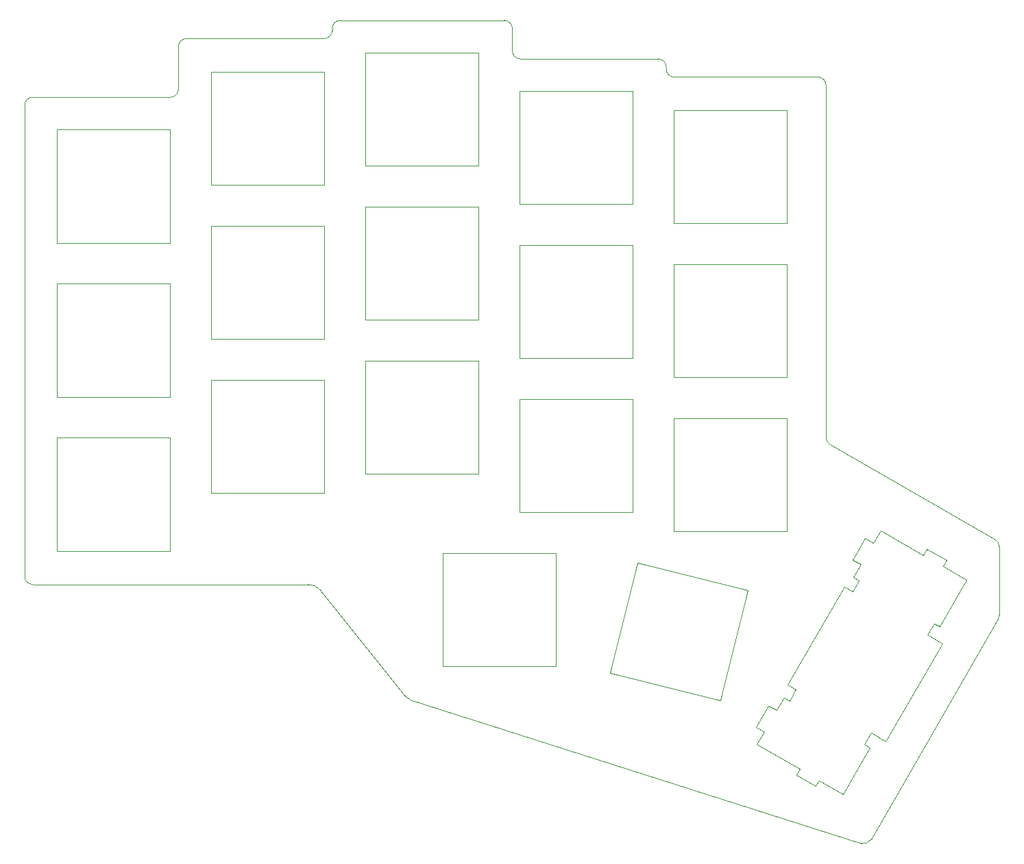
<source format=gbr>
%TF.GenerationSoftware,KiCad,Pcbnew,8.0.2-1*%
%TF.CreationDate,2024-06-10T16:35:40+09:00*%
%TF.ProjectId,Miriball36_top,4d697269-6261-46c6-9c33-365f746f702e,rev?*%
%TF.SameCoordinates,Original*%
%TF.FileFunction,Profile,NP*%
%FSLAX46Y46*%
G04 Gerber Fmt 4.6, Leading zero omitted, Abs format (unit mm)*
G04 Created by KiCad (PCBNEW 8.0.2-1) date 2024-06-10 16:35:40*
%MOMM*%
%LPD*%
G01*
G04 APERTURE LIST*
%TA.AperFunction,Profile*%
%ADD10C,0.050000*%
%TD*%
%TA.AperFunction,Profile*%
%ADD11C,0.120000*%
%TD*%
G04 APERTURE END LIST*
D10*
X106090000Y-38040000D02*
G75*
G02*
X107090000Y-39040000I0J-1000000D01*
G01*
X151372522Y-139342328D02*
X167106175Y-112071952D01*
X125090000Y-42790000D02*
X108090000Y-42790000D01*
X106090000Y-38040000D02*
X85840000Y-38040000D01*
X108090000Y-42790000D02*
G75*
G02*
X107090000Y-41790000I0J1000000D01*
G01*
X83440507Y-108542346D02*
X93923574Y-121676077D01*
X46840000Y-48540000D02*
X46840000Y-106790000D01*
X167240000Y-111572212D02*
X167240000Y-103116963D01*
X166740503Y-102251228D02*
G75*
G02*
X167239996Y-103116963I-500403J-865672D01*
G01*
X166740503Y-102251228D02*
X146339497Y-90456897D01*
X126090000Y-43790000D02*
X126090000Y-44040000D01*
X65840000Y-46540000D02*
G75*
G02*
X64840000Y-47540000I-1000000J0D01*
G01*
X84840000Y-39040000D02*
X84840000Y-39290000D01*
X64840000Y-47540000D02*
X47840000Y-47540000D01*
X65840000Y-41290000D02*
G75*
G02*
X66840000Y-40290000I1000000J0D01*
G01*
X81877382Y-107790000D02*
G75*
G02*
X83440489Y-108542361I18J-1999900D01*
G01*
X47840000Y-107790000D02*
X81877382Y-107790000D01*
X151372522Y-139342328D02*
G75*
G02*
X150202599Y-139795328I-866122J499628D01*
G01*
X144840000Y-45040000D02*
X127090000Y-45040000D01*
X84840000Y-39040000D02*
G75*
G02*
X85840000Y-38040000I1000000J0D01*
G01*
X145840000Y-46040000D02*
X145840000Y-89591162D01*
X107090000Y-41790000D02*
X107090000Y-39040000D01*
X94401384Y-122005001D02*
G75*
G02*
X93923548Y-121676098I303716J952801D01*
G01*
X125090000Y-42790000D02*
G75*
G02*
X126090000Y-43790000I0J-1000000D01*
G01*
X127090000Y-45040000D02*
G75*
G02*
X126090000Y-44040000I0J1000000D01*
G01*
X47840000Y-107790000D02*
G75*
G02*
X46840000Y-106790000I0J1000000D01*
G01*
X94401384Y-122005001D02*
X150202595Y-139795339D01*
X65840000Y-41290000D02*
X65840000Y-46540000D01*
X46840000Y-48540000D02*
G75*
G02*
X47840000Y-47540000I1000000J0D01*
G01*
X146339497Y-90456897D02*
G75*
G02*
X145840033Y-89591162I500503J865697D01*
G01*
X144840000Y-45040000D02*
G75*
G02*
X145840000Y-46040000I0J-1000000D01*
G01*
X167240000Y-111572212D02*
G75*
G02*
X167106170Y-112071949I-1000000J12D01*
G01*
X84840000Y-39290000D02*
G75*
G02*
X83840000Y-40290000I-1000000J0D01*
G01*
X83840000Y-40290000D02*
X66840000Y-40290000D01*
%TO.C,REF\u002A\u002A*%
X107991200Y-65827800D02*
X107991200Y-79827800D01*
X107991200Y-79827800D02*
X121991200Y-79827800D01*
X121991200Y-65827800D02*
X107991200Y-65827800D01*
X121991200Y-79827800D02*
X121991200Y-65827800D01*
X69890400Y-82496900D02*
X69890400Y-96496900D01*
X69890400Y-96496900D02*
X83890400Y-96496900D01*
X83890400Y-82496900D02*
X69890400Y-82496900D01*
X83890400Y-96496900D02*
X83890400Y-82496900D01*
X88940800Y-80115600D02*
X88940800Y-94115600D01*
X88940800Y-94115600D02*
X102940800Y-94115600D01*
X102940800Y-80115600D02*
X88940800Y-80115600D01*
X102940800Y-94115600D02*
X102940800Y-80115600D01*
X119194477Y-118708617D02*
X132778617Y-122095523D01*
X122581383Y-105124477D02*
X119194477Y-118708617D01*
X132778617Y-122095523D02*
X136165523Y-108511383D01*
X136165523Y-108511383D02*
X122581383Y-105124477D01*
X50840000Y-70590400D02*
X50840000Y-84590400D01*
X50840000Y-84590400D02*
X64840000Y-84590400D01*
X64840000Y-70590400D02*
X50840000Y-70590400D01*
X64840000Y-84590400D02*
X64840000Y-70590400D01*
X127041600Y-49158700D02*
X127041600Y-63158700D01*
X127041600Y-63158700D02*
X141041600Y-63158700D01*
X141041600Y-49158700D02*
X127041600Y-49158700D01*
X141041600Y-63158700D02*
X141041600Y-49158700D01*
X107991200Y-46777400D02*
X107991200Y-60777400D01*
X107991200Y-60777400D02*
X121991200Y-60777400D01*
X121991200Y-46777400D02*
X107991200Y-46777400D01*
X121991200Y-60777400D02*
X121991200Y-46777400D01*
X88940800Y-61065200D02*
X88940800Y-75065200D01*
X88940800Y-75065200D02*
X102940800Y-75065200D01*
X102940800Y-61065200D02*
X88940800Y-61065200D01*
X102940800Y-75065200D02*
X102940800Y-61065200D01*
D11*
X137198933Y-125410834D02*
X138722933Y-122771189D01*
X137309097Y-127556824D02*
X138210797Y-125995034D01*
X138210797Y-125995034D02*
X137198933Y-125410834D01*
X138722933Y-122771189D02*
X139734797Y-123355389D01*
X139734797Y-123355389D02*
X140636497Y-121793598D01*
X140636497Y-121793598D02*
X141318406Y-122187298D01*
X141318406Y-122187298D02*
X142131206Y-120779487D01*
X142131206Y-120779487D02*
X141119342Y-120195287D01*
X142156588Y-131352724D02*
X142588388Y-130604824D01*
X142588388Y-130604824D02*
X137309097Y-127556824D01*
X144576263Y-132749724D02*
X142156588Y-131352724D01*
X145008063Y-132001824D02*
X144576263Y-132749724D01*
X147955667Y-133703624D02*
X145008063Y-132001824D01*
X148104342Y-108096913D02*
X141119342Y-120195287D01*
X149116207Y-108681113D02*
X148104342Y-108096913D01*
X149136933Y-104733611D02*
X150148797Y-105317811D01*
X149247097Y-106879602D02*
X149929006Y-107273302D01*
X149929006Y-107273302D02*
X149116207Y-108681113D01*
X150148797Y-105317811D02*
X149247097Y-106879602D01*
X150579162Y-127533998D02*
X151283067Y-127940398D01*
X150660933Y-102093966D02*
X149136933Y-104733611D01*
X151283067Y-127940398D02*
X147955667Y-133703624D01*
X151391962Y-126126187D02*
X150579162Y-127533998D01*
X151672797Y-102678166D02*
X150660933Y-102093966D01*
X152574497Y-101116376D02*
X151672797Y-102678166D01*
X153217716Y-127180287D02*
X151391962Y-126126187D01*
X157853788Y-104164376D02*
X152574497Y-101116376D01*
X158285588Y-103416476D02*
X157853788Y-104164376D01*
X158376962Y-114027813D02*
X159189762Y-112620002D01*
X159189762Y-112620002D02*
X159893667Y-113026402D01*
X159893667Y-113026402D02*
X163221067Y-107263176D01*
X160202716Y-115081913D02*
X153217716Y-127180287D01*
X160202716Y-115081913D02*
X158376962Y-114027813D01*
X160273463Y-105561376D02*
X160705263Y-104813476D01*
X160705263Y-104813476D02*
X158285588Y-103416476D01*
X163221067Y-107263176D02*
X160273463Y-105561376D01*
D10*
X50840000Y-89640800D02*
X50840000Y-103640800D01*
X50840000Y-103640800D02*
X64840000Y-103640800D01*
X64840000Y-89640800D02*
X50840000Y-89640800D01*
X64840000Y-103640800D02*
X64840000Y-89640800D01*
X50840000Y-51540000D02*
X50840000Y-65540000D01*
X50840000Y-65540000D02*
X64840000Y-65540000D01*
X64840000Y-51540000D02*
X50840000Y-51540000D01*
X64840000Y-65540000D02*
X64840000Y-51540000D01*
X127041600Y-87259500D02*
X127041600Y-101259500D01*
X127041600Y-101259500D02*
X141041600Y-101259500D01*
X141041600Y-87259500D02*
X127041600Y-87259500D01*
X141041600Y-101259500D02*
X141041600Y-87259500D01*
X107991200Y-84878200D02*
X107991200Y-98878200D01*
X107991200Y-98878200D02*
X121991200Y-98878200D01*
X121991200Y-84878200D02*
X107991200Y-84878200D01*
X121991200Y-98878200D02*
X121991200Y-84878200D01*
X98466000Y-103928600D02*
X98466000Y-117928600D01*
X98466000Y-117928600D02*
X112466000Y-117928600D01*
X112466000Y-103928600D02*
X98466000Y-103928600D01*
X112466000Y-117928600D02*
X112466000Y-103928600D01*
X127041600Y-68209100D02*
X127041600Y-82209100D01*
X127041600Y-82209100D02*
X141041600Y-82209100D01*
X141041600Y-68209100D02*
X127041600Y-68209100D01*
X141041600Y-82209100D02*
X141041600Y-68209100D01*
X69890400Y-44396100D02*
X69890400Y-58396100D01*
X69890400Y-58396100D02*
X83890400Y-58396100D01*
X83890400Y-44396100D02*
X69890400Y-44396100D01*
X83890400Y-58396100D02*
X83890400Y-44396100D01*
X88940800Y-42014800D02*
X88940800Y-56014800D01*
X88940800Y-56014800D02*
X102940800Y-56014800D01*
X102940800Y-42014800D02*
X88940800Y-42014800D01*
X102940800Y-56014800D02*
X102940800Y-42014800D01*
X69890400Y-63446500D02*
X69890400Y-77446500D01*
X69890400Y-77446500D02*
X83890400Y-77446500D01*
X83890400Y-63446500D02*
X69890400Y-63446500D01*
X83890400Y-77446500D02*
X83890400Y-63446500D01*
%TD*%
M02*

</source>
